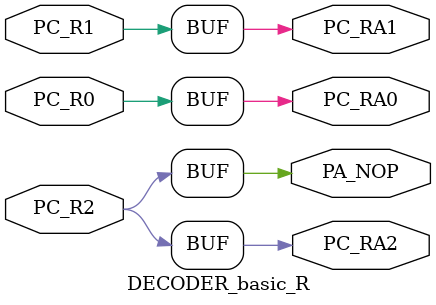
<source format=v>
module DECODER_basic_R(
        input wire PC_R0,
        input wire PC_R1,
        input wire PC_R2,
        output wire PC_RA0,
        output wire PC_RA1,
        output wire PC_RA2,
        output wire PA_NOP
    );

    // 0

    assign PC_RA0 = PC_R0;

    // 1

    assign PC_RA1 = PC_R1;

    // 2

    assign PC_RA2 = PC_R2;
    assign PA_NOP =PC_R2;

endmodule
</source>
